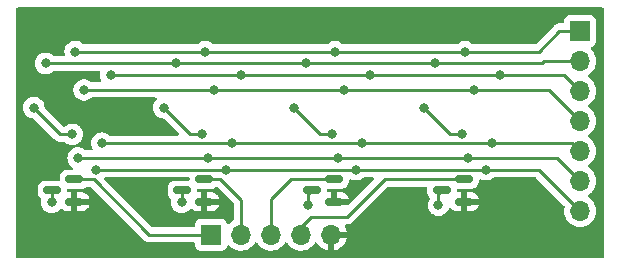
<source format=gbr>
%TF.GenerationSoftware,KiCad,Pcbnew,(6.0.0)*%
%TF.CreationDate,2022-03-30T13:23:40+02:00*%
%TF.ProjectId,led_display_digit,6c65645f-6469-4737-906c-61795f646967,rev?*%
%TF.SameCoordinates,Original*%
%TF.FileFunction,Copper,L2,Bot*%
%TF.FilePolarity,Positive*%
%FSLAX46Y46*%
G04 Gerber Fmt 4.6, Leading zero omitted, Abs format (unit mm)*
G04 Created by KiCad (PCBNEW (6.0.0)) date 2022-03-30 13:23:40*
%MOMM*%
%LPD*%
G01*
G04 APERTURE LIST*
G04 Aperture macros list*
%AMRoundRect*
0 Rectangle with rounded corners*
0 $1 Rounding radius*
0 $2 $3 $4 $5 $6 $7 $8 $9 X,Y pos of 4 corners*
0 Add a 4 corners polygon primitive as box body*
4,1,4,$2,$3,$4,$5,$6,$7,$8,$9,$2,$3,0*
0 Add four circle primitives for the rounded corners*
1,1,$1+$1,$2,$3*
1,1,$1+$1,$4,$5*
1,1,$1+$1,$6,$7*
1,1,$1+$1,$8,$9*
0 Add four rect primitives between the rounded corners*
20,1,$1+$1,$2,$3,$4,$5,0*
20,1,$1+$1,$4,$5,$6,$7,0*
20,1,$1+$1,$6,$7,$8,$9,0*
20,1,$1+$1,$8,$9,$2,$3,0*%
G04 Aperture macros list end*
%TA.AperFunction,ComponentPad*%
%ADD10R,1.700000X1.700000*%
%TD*%
%TA.AperFunction,ComponentPad*%
%ADD11O,1.700000X1.700000*%
%TD*%
%TA.AperFunction,SMDPad,CuDef*%
%ADD12RoundRect,0.150000X0.587500X0.150000X-0.587500X0.150000X-0.587500X-0.150000X0.587500X-0.150000X0*%
%TD*%
%TA.AperFunction,ViaPad*%
%ADD13C,0.800000*%
%TD*%
%TA.AperFunction,Conductor*%
%ADD14C,0.250000*%
%TD*%
G04 APERTURE END LIST*
D10*
%TO.P,J1,1,Pin_1*%
%TO.N,N_0*%
X87000000Y-74750000D03*
D11*
%TO.P,J1,2,Pin_2*%
%TO.N,N_1*%
X89540000Y-74750000D03*
%TO.P,J1,3,Pin_3*%
%TO.N,N_2*%
X92080000Y-74750000D03*
%TO.P,J1,4,Pin_4*%
%TO.N,N_3*%
X94620000Y-74750000D03*
%TO.P,J1,5,Pin_5*%
%TO.N,GND*%
X97160000Y-74750000D03*
%TD*%
D10*
%TO.P,J2,1,Pin_1*%
%TO.N,Seg_A*%
X118250000Y-57500000D03*
D11*
%TO.P,J2,2,Pin_2*%
%TO.N,Seg_F*%
X118250000Y-60040000D03*
%TO.P,J2,3,Pin_3*%
%TO.N,Seg_B*%
X118250000Y-62580000D03*
%TO.P,J2,4,Pin_4*%
%TO.N,Seg_G*%
X118250000Y-65120000D03*
%TO.P,J2,5,Pin_5*%
%TO.N,Seg_C*%
X118250000Y-67660000D03*
%TO.P,J2,6,Pin_6*%
%TO.N,Seg_E*%
X118250000Y-70200000D03*
%TO.P,J2,7,Pin_7*%
%TO.N,Seg_D*%
X118250000Y-72740000D03*
%TD*%
D12*
%TO.P,Q2,1,G*%
%TO.N,N_1*%
X86437500Y-70050000D03*
%TO.P,Q2,2,S*%
%TO.N,GND*%
X86437500Y-71950000D03*
%TO.P,Q2,3,D*%
%TO.N,Net-(Q2-Pad3)*%
X84562500Y-71000000D03*
%TD*%
%TO.P,Q3,1,G*%
%TO.N,N_2*%
X97437500Y-70050000D03*
%TO.P,Q3,2,S*%
%TO.N,GND*%
X97437500Y-71950000D03*
%TO.P,Q3,3,D*%
%TO.N,Net-(Q3-Pad3)*%
X95562500Y-71000000D03*
%TD*%
%TO.P,Q1,1,G*%
%TO.N,N_0*%
X75437500Y-70050000D03*
%TO.P,Q1,2,S*%
%TO.N,GND*%
X75437500Y-71950000D03*
%TO.P,Q1,3,D*%
%TO.N,Net-(Q1-Pad3)*%
X73562500Y-71000000D03*
%TD*%
%TO.P,Q4,1,G*%
%TO.N,N_3*%
X108437500Y-70050000D03*
%TO.P,Q4,2,S*%
%TO.N,GND*%
X108437500Y-71950000D03*
%TO.P,Q4,3,D*%
%TO.N,Net-(Q4-Pad3)*%
X106562500Y-71000000D03*
%TD*%
D13*
%TO.N,Seg_A*%
X108500000Y-59250000D03*
X75500000Y-59250000D03*
X97500000Y-59250000D03*
X86500000Y-59250000D03*
%TO.N,Seg_B*%
X89500000Y-61250000D03*
X100500000Y-61250000D03*
X111500000Y-61250000D03*
X78500000Y-61250000D03*
%TO.N,Seg_C*%
X88750000Y-67000000D03*
X77750000Y-67000000D03*
X99750000Y-67000000D03*
X110750000Y-67000000D03*
%TO.N,Seg_D*%
X77250000Y-69250000D03*
X110250000Y-69250000D03*
X88250000Y-69250000D03*
X99250000Y-69250000D03*
%TO.N,Seg_E*%
X75750000Y-68250000D03*
X108750000Y-68250000D03*
X86750000Y-68250000D03*
X97750000Y-68250000D03*
%TO.N,Seg_F*%
X95000000Y-60250000D03*
X73000000Y-60250000D03*
X84000000Y-60250000D03*
X106000000Y-60250000D03*
%TO.N,Seg_G*%
X98250000Y-62500000D03*
X87250000Y-62500000D03*
X76250000Y-62500000D03*
X109250000Y-62500000D03*
%TO.N,GND*%
X92750000Y-56500000D03*
X71250000Y-66750000D03*
X81500000Y-56500000D03*
X103750000Y-73250000D03*
X104000000Y-56750000D03*
X71750000Y-72000000D03*
X114500000Y-73250000D03*
X71500000Y-59000000D03*
X82000000Y-73500000D03*
X113250000Y-56250000D03*
%TO.N,Net-(Q1-Pad3)*%
X75250000Y-66250000D03*
X72000000Y-64000000D03*
X73500000Y-72000000D03*
%TO.N,Net-(Q2-Pad3)*%
X83000000Y-64000000D03*
X84500000Y-72000000D03*
X86250000Y-66250000D03*
%TO.N,Net-(Q3-Pad3)*%
X95250000Y-72250000D03*
X94000000Y-64000000D03*
X97250000Y-66250000D03*
%TO.N,Net-(Q4-Pad3)*%
X105000000Y-64000000D03*
X106250000Y-72250000D03*
X108250000Y-66250000D03*
%TD*%
D14*
%TO.N,Seg_A*%
X114750000Y-59250000D02*
X116500000Y-57500000D01*
X97500000Y-59250000D02*
X108500000Y-59250000D01*
X75500000Y-59250000D02*
X86500000Y-59250000D01*
X86500000Y-59250000D02*
X97500000Y-59250000D01*
X116500000Y-57500000D02*
X118250000Y-57500000D01*
X108500000Y-59250000D02*
X114750000Y-59250000D01*
%TO.N,Seg_B*%
X89500000Y-61250000D02*
X100500000Y-61250000D01*
X116920000Y-61250000D02*
X118250000Y-62580000D01*
X111500000Y-61250000D02*
X116920000Y-61250000D01*
X100500000Y-61250000D02*
X111500000Y-61250000D01*
X78500000Y-61250000D02*
X89500000Y-61250000D01*
%TO.N,Seg_C*%
X99750000Y-67000000D02*
X110750000Y-67000000D01*
X88750000Y-67000000D02*
X99750000Y-67000000D01*
X110750000Y-67000000D02*
X117590000Y-67000000D01*
X77750000Y-67000000D02*
X88750000Y-67000000D01*
X117590000Y-67000000D02*
X118250000Y-67660000D01*
%TO.N,Seg_D*%
X88250000Y-69250000D02*
X99250000Y-69250000D01*
X110250000Y-69250000D02*
X114760000Y-69250000D01*
X114760000Y-69250000D02*
X118250000Y-72740000D01*
X99250000Y-69250000D02*
X110250000Y-69250000D01*
X77250000Y-69250000D02*
X88250000Y-69250000D01*
%TO.N,Seg_E*%
X116300000Y-68250000D02*
X118250000Y-70200000D01*
X97750000Y-68250000D02*
X108750000Y-68250000D01*
X75750000Y-68250000D02*
X86750000Y-68250000D01*
X108750000Y-68250000D02*
X116300000Y-68250000D01*
X86750000Y-68250000D02*
X97750000Y-68250000D01*
%TO.N,Seg_F*%
X95000000Y-60250000D02*
X106000000Y-60250000D01*
X115210000Y-60040000D02*
X118250000Y-60040000D01*
X84000000Y-60250000D02*
X95000000Y-60250000D01*
X115000000Y-60250000D02*
X115210000Y-60040000D01*
X73000000Y-60250000D02*
X84000000Y-60250000D01*
X106000000Y-60250000D02*
X115000000Y-60250000D01*
%TO.N,Seg_G*%
X98250000Y-62500000D02*
X109250000Y-62500000D01*
X115630000Y-62500000D02*
X118250000Y-65120000D01*
X76250000Y-62500000D02*
X87250000Y-62500000D01*
X109250000Y-62500000D02*
X115630000Y-62500000D01*
X87250000Y-62500000D02*
X98250000Y-62500000D01*
%TO.N,N_1*%
X87800000Y-70050000D02*
X89540000Y-71790000D01*
X89540000Y-71790000D02*
X89540000Y-74750000D01*
X86437500Y-70050000D02*
X87800000Y-70050000D01*
%TO.N,N_2*%
X92080000Y-71770000D02*
X92080000Y-74750000D01*
X93800000Y-70050000D02*
X92080000Y-71770000D01*
X97437500Y-70050000D02*
X93800000Y-70050000D01*
%TO.N,N_3*%
X98500000Y-73250000D02*
X95435000Y-73250000D01*
X94620000Y-74065000D02*
X94620000Y-74750000D01*
X95435000Y-73250000D02*
X94620000Y-74065000D01*
X108437500Y-70050000D02*
X101700000Y-70050000D01*
X101700000Y-70050000D02*
X98500000Y-73250000D01*
%TO.N,N_0*%
X77050000Y-70050000D02*
X81750000Y-74750000D01*
X75437500Y-70050000D02*
X77050000Y-70050000D01*
X81750000Y-74750000D02*
X87000000Y-74750000D01*
%TO.N,Net-(Q1-Pad3)*%
X73500000Y-71062500D02*
X73562500Y-71000000D01*
X74250000Y-66250000D02*
X72000000Y-64000000D01*
X73500000Y-72000000D02*
X73500000Y-71062500D01*
X75250000Y-66250000D02*
X74250000Y-66250000D01*
%TO.N,Net-(Q2-Pad3)*%
X86250000Y-66250000D02*
X85250000Y-66250000D01*
X84500000Y-71062500D02*
X84562500Y-71000000D01*
X84500000Y-72000000D02*
X84500000Y-71062500D01*
X85250000Y-66250000D02*
X83000000Y-64000000D01*
%TO.N,Net-(Q3-Pad3)*%
X95250000Y-71312500D02*
X95562500Y-71000000D01*
X95250000Y-72250000D02*
X95250000Y-71312500D01*
X96250000Y-66250000D02*
X94000000Y-64000000D01*
X97250000Y-66250000D02*
X96250000Y-66250000D01*
%TO.N,Net-(Q4-Pad3)*%
X107250000Y-66250000D02*
X105000000Y-64000000D01*
X106250000Y-71312500D02*
X106562500Y-71000000D01*
X108250000Y-66250000D02*
X107250000Y-66250000D01*
X106250000Y-72250000D02*
X106250000Y-71312500D01*
%TD*%
%TA.AperFunction,Conductor*%
%TO.N,GND*%
G36*
X120192121Y-55528002D02*
G01*
X120238614Y-55581658D01*
X120250000Y-55634000D01*
X120250000Y-76616000D01*
X120229998Y-76684121D01*
X120176342Y-76730614D01*
X120124000Y-76742000D01*
X70634000Y-76742000D01*
X70565879Y-76721998D01*
X70519386Y-76668342D01*
X70508000Y-76616000D01*
X70508000Y-64000000D01*
X71086496Y-64000000D01*
X71106458Y-64189928D01*
X71165473Y-64371556D01*
X71260960Y-64536944D01*
X71388747Y-64678866D01*
X71543248Y-64791118D01*
X71549276Y-64793802D01*
X71549278Y-64793803D01*
X71711681Y-64866109D01*
X71717712Y-64868794D01*
X71811113Y-64888647D01*
X71898056Y-64907128D01*
X71898061Y-64907128D01*
X71904513Y-64908500D01*
X71960406Y-64908500D01*
X72028527Y-64928502D01*
X72049501Y-64945405D01*
X73746343Y-66642247D01*
X73753887Y-66650537D01*
X73758000Y-66657018D01*
X73763777Y-66662443D01*
X73807667Y-66703658D01*
X73810509Y-66706413D01*
X73830231Y-66726135D01*
X73833355Y-66728558D01*
X73833359Y-66728562D01*
X73833424Y-66728612D01*
X73842445Y-66736317D01*
X73874679Y-66766586D01*
X73881627Y-66770405D01*
X73881629Y-66770407D01*
X73892432Y-66776346D01*
X73908959Y-66787202D01*
X73918698Y-66794757D01*
X73918700Y-66794758D01*
X73924960Y-66799614D01*
X73965540Y-66817174D01*
X73976188Y-66822391D01*
X74014940Y-66843695D01*
X74022616Y-66845666D01*
X74022619Y-66845667D01*
X74034562Y-66848733D01*
X74053267Y-66855137D01*
X74071855Y-66863181D01*
X74079678Y-66864420D01*
X74079688Y-66864423D01*
X74115524Y-66870099D01*
X74127144Y-66872505D01*
X74162289Y-66881528D01*
X74169970Y-66883500D01*
X74190224Y-66883500D01*
X74209934Y-66885051D01*
X74229943Y-66888220D01*
X74237835Y-66887474D01*
X74273961Y-66884059D01*
X74285819Y-66883500D01*
X74541800Y-66883500D01*
X74609921Y-66903502D01*
X74629147Y-66919843D01*
X74629420Y-66919540D01*
X74634332Y-66923963D01*
X74638747Y-66928866D01*
X74793248Y-67041118D01*
X74799276Y-67043802D01*
X74799278Y-67043803D01*
X74950873Y-67111297D01*
X74967712Y-67118794D01*
X75061112Y-67138647D01*
X75148056Y-67157128D01*
X75148061Y-67157128D01*
X75154513Y-67158500D01*
X75345487Y-67158500D01*
X75351939Y-67157128D01*
X75351944Y-67157128D01*
X75363920Y-67154582D01*
X75434711Y-67159984D01*
X75490485Y-67202151D01*
X75499584Y-67161260D01*
X75550025Y-67111297D01*
X75558634Y-67107064D01*
X75700722Y-67043803D01*
X75700724Y-67043802D01*
X75706752Y-67041118D01*
X75861253Y-66928866D01*
X75897851Y-66888220D01*
X75984621Y-66791852D01*
X75984622Y-66791851D01*
X75989040Y-66786944D01*
X76064053Y-66657018D01*
X76081223Y-66627279D01*
X76081224Y-66627278D01*
X76084527Y-66621556D01*
X76143542Y-66439928D01*
X76148877Y-66389174D01*
X76162814Y-66256565D01*
X76163504Y-66250000D01*
X76153141Y-66151405D01*
X76144232Y-66066635D01*
X76144232Y-66066633D01*
X76143542Y-66060072D01*
X76084527Y-65878444D01*
X75989040Y-65713056D01*
X75911063Y-65626453D01*
X75865675Y-65576045D01*
X75865674Y-65576044D01*
X75861253Y-65571134D01*
X75706752Y-65458882D01*
X75700724Y-65456198D01*
X75700722Y-65456197D01*
X75538319Y-65383891D01*
X75538318Y-65383891D01*
X75532288Y-65381206D01*
X75438888Y-65361353D01*
X75351944Y-65342872D01*
X75351939Y-65342872D01*
X75345487Y-65341500D01*
X75154513Y-65341500D01*
X75148061Y-65342872D01*
X75148056Y-65342872D01*
X75061112Y-65361353D01*
X74967712Y-65381206D01*
X74961682Y-65383891D01*
X74961681Y-65383891D01*
X74799278Y-65456197D01*
X74799276Y-65456198D01*
X74793248Y-65458882D01*
X74787907Y-65462762D01*
X74787906Y-65462763D01*
X74698612Y-65527639D01*
X74638747Y-65571134D01*
X74636601Y-65573517D01*
X74573726Y-65603688D01*
X74503273Y-65594922D01*
X74464333Y-65568429D01*
X72947122Y-64051217D01*
X72913096Y-63988905D01*
X72910907Y-63975292D01*
X72894232Y-63816635D01*
X72894232Y-63816633D01*
X72893542Y-63810072D01*
X72834527Y-63628444D01*
X72739040Y-63463056D01*
X72611253Y-63321134D01*
X72456752Y-63208882D01*
X72450724Y-63206198D01*
X72450722Y-63206197D01*
X72288319Y-63133891D01*
X72288318Y-63133891D01*
X72282288Y-63131206D01*
X72188888Y-63111353D01*
X72101944Y-63092872D01*
X72101939Y-63092872D01*
X72095487Y-63091500D01*
X71904513Y-63091500D01*
X71898061Y-63092872D01*
X71898056Y-63092872D01*
X71811112Y-63111353D01*
X71717712Y-63131206D01*
X71711682Y-63133891D01*
X71711681Y-63133891D01*
X71549278Y-63206197D01*
X71549276Y-63206198D01*
X71543248Y-63208882D01*
X71388747Y-63321134D01*
X71260960Y-63463056D01*
X71165473Y-63628444D01*
X71106458Y-63810072D01*
X71105768Y-63816633D01*
X71105768Y-63816635D01*
X71099462Y-63876638D01*
X71086496Y-64000000D01*
X70508000Y-64000000D01*
X70508000Y-60250000D01*
X72086496Y-60250000D01*
X72106458Y-60439928D01*
X72165473Y-60621556D01*
X72260960Y-60786944D01*
X72265378Y-60791851D01*
X72265379Y-60791852D01*
X72384325Y-60923955D01*
X72388747Y-60928866D01*
X72543248Y-61041118D01*
X72549276Y-61043802D01*
X72549278Y-61043803D01*
X72633213Y-61081173D01*
X72717712Y-61118794D01*
X72811112Y-61138647D01*
X72898056Y-61157128D01*
X72898061Y-61157128D01*
X72904513Y-61158500D01*
X73095487Y-61158500D01*
X73101939Y-61157128D01*
X73101944Y-61157128D01*
X73188888Y-61138647D01*
X73282288Y-61118794D01*
X73366787Y-61081173D01*
X73450722Y-61043803D01*
X73450724Y-61043802D01*
X73456752Y-61041118D01*
X73611253Y-60928866D01*
X73615668Y-60923963D01*
X73620580Y-60919540D01*
X73621705Y-60920789D01*
X73675014Y-60887949D01*
X73708200Y-60883500D01*
X77490406Y-60883500D01*
X77558527Y-60903502D01*
X77605020Y-60957158D01*
X77615124Y-61027432D01*
X77610238Y-61048438D01*
X77608498Y-61053792D01*
X77608497Y-61053797D01*
X77606458Y-61060072D01*
X77586496Y-61250000D01*
X77606458Y-61439928D01*
X77665473Y-61621556D01*
X77668776Y-61627278D01*
X77668777Y-61627279D01*
X77697772Y-61677500D01*
X77714510Y-61746496D01*
X77691289Y-61813588D01*
X77635482Y-61857475D01*
X77588653Y-61866500D01*
X76958200Y-61866500D01*
X76890079Y-61846498D01*
X76870853Y-61830157D01*
X76870580Y-61830460D01*
X76865668Y-61826037D01*
X76861253Y-61821134D01*
X76766948Y-61752617D01*
X76712094Y-61712763D01*
X76712093Y-61712762D01*
X76706752Y-61708882D01*
X76700724Y-61706198D01*
X76700722Y-61706197D01*
X76538319Y-61633891D01*
X76538318Y-61633891D01*
X76532288Y-61631206D01*
X76438888Y-61611353D01*
X76351944Y-61592872D01*
X76351939Y-61592872D01*
X76345487Y-61591500D01*
X76154513Y-61591500D01*
X76148061Y-61592872D01*
X76148056Y-61592872D01*
X76061112Y-61611353D01*
X75967712Y-61631206D01*
X75961682Y-61633891D01*
X75961681Y-61633891D01*
X75799278Y-61706197D01*
X75799276Y-61706198D01*
X75793248Y-61708882D01*
X75638747Y-61821134D01*
X75634326Y-61826044D01*
X75634325Y-61826045D01*
X75564583Y-61903502D01*
X75510960Y-61963056D01*
X75415473Y-62128444D01*
X75356458Y-62310072D01*
X75355768Y-62316633D01*
X75355768Y-62316635D01*
X75352015Y-62352342D01*
X75336496Y-62500000D01*
X75337186Y-62506565D01*
X75342486Y-62556987D01*
X75356458Y-62689928D01*
X75415473Y-62871556D01*
X75510960Y-63036944D01*
X75638747Y-63178866D01*
X75793248Y-63291118D01*
X75799276Y-63293802D01*
X75799278Y-63293803D01*
X75961681Y-63366109D01*
X75967712Y-63368794D01*
X76061113Y-63388647D01*
X76148056Y-63407128D01*
X76148061Y-63407128D01*
X76154513Y-63408500D01*
X76345487Y-63408500D01*
X76351939Y-63407128D01*
X76351944Y-63407128D01*
X76438887Y-63388647D01*
X76532288Y-63368794D01*
X76538319Y-63366109D01*
X76700722Y-63293803D01*
X76700724Y-63293802D01*
X76706752Y-63291118D01*
X76861253Y-63178866D01*
X76865668Y-63173963D01*
X76870580Y-63169540D01*
X76871705Y-63170789D01*
X76925014Y-63137949D01*
X76958200Y-63133500D01*
X82274693Y-63133500D01*
X82342814Y-63153502D01*
X82389307Y-63207158D01*
X82399411Y-63277432D01*
X82368329Y-63343810D01*
X82310082Y-63408500D01*
X82260960Y-63463056D01*
X82165473Y-63628444D01*
X82106458Y-63810072D01*
X82105768Y-63816633D01*
X82105768Y-63816635D01*
X82099462Y-63876638D01*
X82086496Y-64000000D01*
X82106458Y-64189928D01*
X82165473Y-64371556D01*
X82260960Y-64536944D01*
X82388747Y-64678866D01*
X82543248Y-64791118D01*
X82549276Y-64793802D01*
X82549278Y-64793803D01*
X82711681Y-64866109D01*
X82717712Y-64868794D01*
X82811113Y-64888647D01*
X82898056Y-64907128D01*
X82898061Y-64907128D01*
X82904513Y-64908500D01*
X82960406Y-64908500D01*
X83028527Y-64928502D01*
X83049501Y-64945405D01*
X84255501Y-66151405D01*
X84289527Y-66213717D01*
X84284462Y-66284532D01*
X84241915Y-66341368D01*
X84175395Y-66366179D01*
X84166406Y-66366500D01*
X78458200Y-66366500D01*
X78390079Y-66346498D01*
X78370853Y-66330157D01*
X78370580Y-66330460D01*
X78365668Y-66326037D01*
X78361253Y-66321134D01*
X78254310Y-66243435D01*
X78212094Y-66212763D01*
X78212093Y-66212762D01*
X78206752Y-66208882D01*
X78200724Y-66206198D01*
X78200722Y-66206197D01*
X78038319Y-66133891D01*
X78038318Y-66133891D01*
X78032288Y-66131206D01*
X77938888Y-66111353D01*
X77851944Y-66092872D01*
X77851939Y-66092872D01*
X77845487Y-66091500D01*
X77654513Y-66091500D01*
X77648061Y-66092872D01*
X77648056Y-66092872D01*
X77561112Y-66111353D01*
X77467712Y-66131206D01*
X77461682Y-66133891D01*
X77461681Y-66133891D01*
X77299278Y-66206197D01*
X77299276Y-66206198D01*
X77293248Y-66208882D01*
X77287907Y-66212762D01*
X77287906Y-66212763D01*
X77245690Y-66243435D01*
X77138747Y-66321134D01*
X77134326Y-66326044D01*
X77134325Y-66326045D01*
X77021488Y-66451364D01*
X77010960Y-66463056D01*
X76915473Y-66628444D01*
X76856458Y-66810072D01*
X76855768Y-66816633D01*
X76855768Y-66816635D01*
X76843972Y-66928866D01*
X76836496Y-67000000D01*
X76837186Y-67006565D01*
X76853011Y-67157128D01*
X76856458Y-67189928D01*
X76915473Y-67371556D01*
X76918776Y-67377278D01*
X76918777Y-67377279D01*
X76947772Y-67427500D01*
X76964510Y-67496496D01*
X76941289Y-67563588D01*
X76885482Y-67607475D01*
X76838653Y-67616500D01*
X76458200Y-67616500D01*
X76390079Y-67596498D01*
X76370853Y-67580157D01*
X76370580Y-67580460D01*
X76365668Y-67576037D01*
X76361253Y-67571134D01*
X76206752Y-67458882D01*
X76200724Y-67456198D01*
X76200722Y-67456197D01*
X76038319Y-67383891D01*
X76038318Y-67383891D01*
X76032288Y-67381206D01*
X75938888Y-67361353D01*
X75851944Y-67342872D01*
X75851939Y-67342872D01*
X75845487Y-67341500D01*
X75654513Y-67341500D01*
X75648061Y-67342872D01*
X75648056Y-67342872D01*
X75636080Y-67345418D01*
X75565289Y-67340016D01*
X75509515Y-67297849D01*
X75500416Y-67338740D01*
X75449975Y-67388703D01*
X75441366Y-67392936D01*
X75299278Y-67456197D01*
X75299276Y-67456198D01*
X75293248Y-67458882D01*
X75138747Y-67571134D01*
X75010960Y-67713056D01*
X74915473Y-67878444D01*
X74856458Y-68060072D01*
X74836496Y-68250000D01*
X74856458Y-68439928D01*
X74915473Y-68621556D01*
X75010960Y-68786944D01*
X75015378Y-68791851D01*
X75015379Y-68791852D01*
X75072702Y-68855516D01*
X75138747Y-68928866D01*
X75176972Y-68956638D01*
X75255323Y-69013564D01*
X75298677Y-69069787D01*
X75304752Y-69140523D01*
X75271620Y-69203314D01*
X75209800Y-69238226D01*
X75181262Y-69241500D01*
X74783498Y-69241500D01*
X74781050Y-69241693D01*
X74781042Y-69241693D01*
X74752579Y-69243933D01*
X74752574Y-69243934D01*
X74746169Y-69244438D01*
X74646231Y-69273472D01*
X74594012Y-69288643D01*
X74594010Y-69288644D01*
X74586399Y-69290855D01*
X74579572Y-69294892D01*
X74579573Y-69294892D01*
X74450020Y-69371509D01*
X74450017Y-69371511D01*
X74443193Y-69375547D01*
X74325547Y-69493193D01*
X74321511Y-69500017D01*
X74321509Y-69500020D01*
X74285688Y-69560590D01*
X74240855Y-69636399D01*
X74194438Y-69796169D01*
X74191500Y-69833498D01*
X74191500Y-70065500D01*
X74171498Y-70133621D01*
X74117842Y-70180114D01*
X74065500Y-70191500D01*
X72908498Y-70191500D01*
X72906050Y-70191693D01*
X72906042Y-70191693D01*
X72877579Y-70193933D01*
X72877574Y-70193934D01*
X72871169Y-70194438D01*
X72771231Y-70223472D01*
X72719012Y-70238643D01*
X72719010Y-70238644D01*
X72711399Y-70240855D01*
X72704572Y-70244892D01*
X72704573Y-70244892D01*
X72575020Y-70321509D01*
X72575017Y-70321511D01*
X72568193Y-70325547D01*
X72450547Y-70443193D01*
X72446511Y-70450017D01*
X72446509Y-70450020D01*
X72382893Y-70557589D01*
X72365855Y-70586399D01*
X72319438Y-70746169D01*
X72316500Y-70783498D01*
X72316500Y-71216502D01*
X72316693Y-71218950D01*
X72316693Y-71218958D01*
X72318678Y-71244171D01*
X72319438Y-71253831D01*
X72341299Y-71329079D01*
X72363491Y-71405463D01*
X72365855Y-71413601D01*
X72369892Y-71420427D01*
X72446509Y-71549980D01*
X72446511Y-71549983D01*
X72450547Y-71556807D01*
X72568193Y-71674453D01*
X72567728Y-71674918D01*
X72605873Y-71727739D01*
X72609649Y-71797287D01*
X72609871Y-71797334D01*
X72609696Y-71798156D01*
X72609722Y-71798631D01*
X72609195Y-71800516D01*
X72608499Y-71803792D01*
X72606458Y-71810072D01*
X72586496Y-72000000D01*
X72587186Y-72006565D01*
X72593500Y-72066635D01*
X72606458Y-72189928D01*
X72665473Y-72371556D01*
X72760960Y-72536944D01*
X72888747Y-72678866D01*
X72934147Y-72711851D01*
X72997400Y-72757807D01*
X73043248Y-72791118D01*
X73049276Y-72793802D01*
X73049278Y-72793803D01*
X73085451Y-72809908D01*
X73217712Y-72868794D01*
X73311113Y-72888647D01*
X73398056Y-72907128D01*
X73398061Y-72907128D01*
X73404513Y-72908500D01*
X73595487Y-72908500D01*
X73601939Y-72907128D01*
X73601944Y-72907128D01*
X73688887Y-72888647D01*
X73782288Y-72868794D01*
X73914549Y-72809908D01*
X73950722Y-72793803D01*
X73950724Y-72793802D01*
X73956752Y-72791118D01*
X74002601Y-72757807D01*
X74065853Y-72711851D01*
X74111253Y-72678866D01*
X74205796Y-72573865D01*
X74266242Y-72536625D01*
X74337225Y-72537977D01*
X74388527Y-72569080D01*
X74437896Y-72618449D01*
X74450322Y-72628089D01*
X74579779Y-72704648D01*
X74594210Y-72710893D01*
X74740065Y-72753269D01*
X74752667Y-72755570D01*
X74781084Y-72757807D01*
X74786014Y-72758000D01*
X75165385Y-72758000D01*
X75180624Y-72753525D01*
X75181829Y-72752135D01*
X75183500Y-72744452D01*
X75183500Y-72739884D01*
X75691500Y-72739884D01*
X75695975Y-72755123D01*
X75697365Y-72756328D01*
X75705048Y-72757999D01*
X76088984Y-72757999D01*
X76093920Y-72757805D01*
X76122336Y-72755570D01*
X76134931Y-72753270D01*
X76280790Y-72710893D01*
X76295221Y-72704648D01*
X76424678Y-72628089D01*
X76437104Y-72618449D01*
X76543449Y-72512104D01*
X76553089Y-72499678D01*
X76629648Y-72370221D01*
X76635893Y-72355790D01*
X76674939Y-72221395D01*
X76674899Y-72207294D01*
X76667630Y-72204000D01*
X75709615Y-72204000D01*
X75694376Y-72208475D01*
X75693171Y-72209865D01*
X75691500Y-72217548D01*
X75691500Y-72739884D01*
X75183500Y-72739884D01*
X75183500Y-71677885D01*
X75691500Y-71677885D01*
X75695975Y-71693124D01*
X75697365Y-71694329D01*
X75705048Y-71696000D01*
X76661878Y-71696000D01*
X76675409Y-71692027D01*
X76676544Y-71684129D01*
X76635893Y-71544210D01*
X76629648Y-71529779D01*
X76553089Y-71400322D01*
X76543449Y-71387896D01*
X76437104Y-71281551D01*
X76424678Y-71271911D01*
X76295221Y-71195352D01*
X76280790Y-71189107D01*
X76134935Y-71146731D01*
X76122333Y-71144430D01*
X76093916Y-71142193D01*
X76088986Y-71142000D01*
X75709615Y-71142000D01*
X75694376Y-71146475D01*
X75693171Y-71147865D01*
X75691500Y-71155548D01*
X75691500Y-71677885D01*
X75183500Y-71677885D01*
X75183500Y-71160116D01*
X75179025Y-71144877D01*
X75177635Y-71143672D01*
X75169952Y-71142001D01*
X74934500Y-71142001D01*
X74866379Y-71121999D01*
X74819886Y-71068343D01*
X74808500Y-71016001D01*
X74808500Y-70984500D01*
X74828502Y-70916379D01*
X74882158Y-70869886D01*
X74934500Y-70858500D01*
X76091502Y-70858500D01*
X76093950Y-70858307D01*
X76093958Y-70858307D01*
X76122421Y-70856067D01*
X76122426Y-70856066D01*
X76128831Y-70855562D01*
X76228769Y-70826528D01*
X76280988Y-70811357D01*
X76280990Y-70811356D01*
X76288601Y-70809145D01*
X76331968Y-70783498D01*
X76424980Y-70728491D01*
X76424983Y-70728489D01*
X76431807Y-70724453D01*
X76437416Y-70718844D01*
X76443675Y-70713989D01*
X76444844Y-70715496D01*
X76498167Y-70686379D01*
X76524950Y-70683500D01*
X76735406Y-70683500D01*
X76803527Y-70703502D01*
X76824501Y-70720405D01*
X79036840Y-72932745D01*
X81246348Y-75142253D01*
X81253888Y-75150539D01*
X81258000Y-75157018D01*
X81263777Y-75162443D01*
X81307651Y-75203643D01*
X81310493Y-75206398D01*
X81330230Y-75226135D01*
X81333427Y-75228615D01*
X81342447Y-75236318D01*
X81374679Y-75266586D01*
X81381625Y-75270405D01*
X81381628Y-75270407D01*
X81392434Y-75276348D01*
X81408953Y-75287199D01*
X81424959Y-75299614D01*
X81432228Y-75302759D01*
X81432232Y-75302762D01*
X81465537Y-75317174D01*
X81476187Y-75322391D01*
X81514940Y-75343695D01*
X81522615Y-75345666D01*
X81522616Y-75345666D01*
X81534562Y-75348733D01*
X81553267Y-75355137D01*
X81571855Y-75363181D01*
X81579678Y-75364420D01*
X81579688Y-75364423D01*
X81615524Y-75370099D01*
X81627144Y-75372505D01*
X81662289Y-75381528D01*
X81669970Y-75383500D01*
X81690224Y-75383500D01*
X81709934Y-75385051D01*
X81729943Y-75388220D01*
X81737835Y-75387474D01*
X81773961Y-75384059D01*
X81785819Y-75383500D01*
X85515500Y-75383500D01*
X85583621Y-75403502D01*
X85630114Y-75457158D01*
X85641500Y-75509500D01*
X85641500Y-75648134D01*
X85648255Y-75710316D01*
X85699385Y-75846705D01*
X85786739Y-75963261D01*
X85903295Y-76050615D01*
X86039684Y-76101745D01*
X86101866Y-76108500D01*
X87898134Y-76108500D01*
X87960316Y-76101745D01*
X88096705Y-76050615D01*
X88213261Y-75963261D01*
X88300615Y-75846705D01*
X88322799Y-75787529D01*
X88344598Y-75729382D01*
X88387240Y-75672618D01*
X88453802Y-75647918D01*
X88523150Y-75663126D01*
X88557817Y-75691114D01*
X88586250Y-75723938D01*
X88758126Y-75866632D01*
X88951000Y-75979338D01*
X89159692Y-76059030D01*
X89164760Y-76060061D01*
X89164763Y-76060062D01*
X89259862Y-76079410D01*
X89378597Y-76103567D01*
X89383772Y-76103757D01*
X89383774Y-76103757D01*
X89596673Y-76111564D01*
X89596677Y-76111564D01*
X89601837Y-76111753D01*
X89606957Y-76111097D01*
X89606959Y-76111097D01*
X89818288Y-76084025D01*
X89818289Y-76084025D01*
X89823416Y-76083368D01*
X89828366Y-76081883D01*
X90032429Y-76020661D01*
X90032434Y-76020659D01*
X90037384Y-76019174D01*
X90237994Y-75920896D01*
X90419860Y-75791173D01*
X90578096Y-75633489D01*
X90708453Y-75452077D01*
X90709776Y-75453028D01*
X90756645Y-75409857D01*
X90826580Y-75397625D01*
X90892026Y-75425144D01*
X90919875Y-75456994D01*
X90935852Y-75483066D01*
X90979987Y-75555088D01*
X91126250Y-75723938D01*
X91298126Y-75866632D01*
X91491000Y-75979338D01*
X91699692Y-76059030D01*
X91704760Y-76060061D01*
X91704763Y-76060062D01*
X91799862Y-76079410D01*
X91918597Y-76103567D01*
X91923772Y-76103757D01*
X91923774Y-76103757D01*
X92136673Y-76111564D01*
X92136677Y-76111564D01*
X92141837Y-76111753D01*
X92146957Y-76111097D01*
X92146959Y-76111097D01*
X92358288Y-76084025D01*
X92358289Y-76084025D01*
X92363416Y-76083368D01*
X92368366Y-76081883D01*
X92572429Y-76020661D01*
X92572434Y-76020659D01*
X92577384Y-76019174D01*
X92777994Y-75920896D01*
X92959860Y-75791173D01*
X93118096Y-75633489D01*
X93248453Y-75452077D01*
X93249776Y-75453028D01*
X93296645Y-75409857D01*
X93366580Y-75397625D01*
X93432026Y-75425144D01*
X93459875Y-75456994D01*
X93475852Y-75483066D01*
X93519987Y-75555088D01*
X93666250Y-75723938D01*
X93838126Y-75866632D01*
X94031000Y-75979338D01*
X94239692Y-76059030D01*
X94244760Y-76060061D01*
X94244763Y-76060062D01*
X94339862Y-76079410D01*
X94458597Y-76103567D01*
X94463772Y-76103757D01*
X94463774Y-76103757D01*
X94676673Y-76111564D01*
X94676677Y-76111564D01*
X94681837Y-76111753D01*
X94686957Y-76111097D01*
X94686959Y-76111097D01*
X94898288Y-76084025D01*
X94898289Y-76084025D01*
X94903416Y-76083368D01*
X94908366Y-76081883D01*
X95112429Y-76020661D01*
X95112434Y-76020659D01*
X95117384Y-76019174D01*
X95317994Y-75920896D01*
X95499860Y-75791173D01*
X95658096Y-75633489D01*
X95788453Y-75452077D01*
X95789640Y-75452930D01*
X95836960Y-75409362D01*
X95906897Y-75397145D01*
X95972338Y-75424678D01*
X96000166Y-75456511D01*
X96057694Y-75550388D01*
X96063777Y-75558699D01*
X96203213Y-75719667D01*
X96210580Y-75726883D01*
X96374434Y-75862916D01*
X96382881Y-75868831D01*
X96566756Y-75976279D01*
X96576042Y-75980729D01*
X96775001Y-76056703D01*
X96784899Y-76059579D01*
X96888250Y-76080606D01*
X96902299Y-76079410D01*
X96906000Y-76069065D01*
X96906000Y-76068517D01*
X97414000Y-76068517D01*
X97418064Y-76082359D01*
X97431478Y-76084393D01*
X97438184Y-76083534D01*
X97448262Y-76081392D01*
X97652255Y-76020191D01*
X97661842Y-76016433D01*
X97853095Y-75922739D01*
X97861945Y-75917464D01*
X98035328Y-75793792D01*
X98043200Y-75787139D01*
X98194052Y-75636812D01*
X98200730Y-75628965D01*
X98325003Y-75456020D01*
X98330313Y-75447183D01*
X98424670Y-75256267D01*
X98428469Y-75246672D01*
X98490377Y-75042910D01*
X98492555Y-75032837D01*
X98493986Y-75021962D01*
X98491775Y-75007778D01*
X98478617Y-75004000D01*
X97432115Y-75004000D01*
X97416876Y-75008475D01*
X97415671Y-75009865D01*
X97414000Y-75017548D01*
X97414000Y-76068517D01*
X96906000Y-76068517D01*
X96906000Y-74622000D01*
X96926002Y-74553879D01*
X96979658Y-74507386D01*
X97032000Y-74496000D01*
X98478344Y-74496000D01*
X98491875Y-74492027D01*
X98493180Y-74482947D01*
X98451214Y-74315875D01*
X98447894Y-74306124D01*
X98362972Y-74110814D01*
X98358106Y-74101739D01*
X98343974Y-74079895D01*
X98323767Y-74011835D01*
X98343563Y-73943654D01*
X98397078Y-73897000D01*
X98445806Y-73885517D01*
X98504592Y-73883669D01*
X98507986Y-73883562D01*
X98511945Y-73883500D01*
X98539856Y-73883500D01*
X98543791Y-73883003D01*
X98543856Y-73882995D01*
X98555693Y-73882062D01*
X98587951Y-73881048D01*
X98591970Y-73880922D01*
X98599889Y-73880673D01*
X98619343Y-73875021D01*
X98638700Y-73871013D01*
X98650930Y-73869468D01*
X98650931Y-73869468D01*
X98658797Y-73868474D01*
X98666168Y-73865555D01*
X98666170Y-73865555D01*
X98699912Y-73852196D01*
X98711142Y-73848351D01*
X98745983Y-73838229D01*
X98745984Y-73838229D01*
X98753593Y-73836018D01*
X98760412Y-73831985D01*
X98760417Y-73831983D01*
X98771028Y-73825707D01*
X98788776Y-73817012D01*
X98807617Y-73809552D01*
X98824151Y-73797540D01*
X98843387Y-73783564D01*
X98853307Y-73777048D01*
X98884535Y-73758580D01*
X98884538Y-73758578D01*
X98891362Y-73754542D01*
X98905683Y-73740221D01*
X98920717Y-73727380D01*
X98930694Y-73720131D01*
X98937107Y-73715472D01*
X98965298Y-73681395D01*
X98973288Y-73672616D01*
X101925499Y-70720405D01*
X101987811Y-70686379D01*
X102014594Y-70683500D01*
X105190500Y-70683500D01*
X105258621Y-70703502D01*
X105305114Y-70757158D01*
X105316500Y-70809500D01*
X105316500Y-71216502D01*
X105316693Y-71218950D01*
X105316693Y-71218958D01*
X105318678Y-71244171D01*
X105319438Y-71253831D01*
X105341299Y-71329079D01*
X105363491Y-71405463D01*
X105365855Y-71413601D01*
X105369892Y-71420427D01*
X105446509Y-71549980D01*
X105446511Y-71549983D01*
X105450547Y-71556807D01*
X105477673Y-71583933D01*
X105511699Y-71646245D01*
X105506634Y-71717060D01*
X105497697Y-71736028D01*
X105426155Y-71859943D01*
X105415473Y-71878444D01*
X105356458Y-72060072D01*
X105355768Y-72066633D01*
X105355768Y-72066635D01*
X105340860Y-72208475D01*
X105336496Y-72250000D01*
X105337186Y-72256565D01*
X105353150Y-72408451D01*
X105356458Y-72439928D01*
X105415473Y-72621556D01*
X105510960Y-72786944D01*
X105638747Y-72928866D01*
X105737843Y-73000864D01*
X105775288Y-73028069D01*
X105793248Y-73041118D01*
X105799276Y-73043802D01*
X105799278Y-73043803D01*
X105961681Y-73116109D01*
X105967712Y-73118794D01*
X106061113Y-73138647D01*
X106148056Y-73157128D01*
X106148061Y-73157128D01*
X106154513Y-73158500D01*
X106345487Y-73158500D01*
X106351939Y-73157128D01*
X106351944Y-73157128D01*
X106438887Y-73138647D01*
X106532288Y-73118794D01*
X106538319Y-73116109D01*
X106700722Y-73043803D01*
X106700724Y-73043802D01*
X106706752Y-73041118D01*
X106724713Y-73028069D01*
X106762157Y-73000864D01*
X106861253Y-72928866D01*
X106989040Y-72786944D01*
X107084527Y-72621556D01*
X107108981Y-72546296D01*
X107149053Y-72487691D01*
X107214450Y-72460054D01*
X107284407Y-72472161D01*
X107328368Y-72508001D01*
X107331551Y-72512104D01*
X107437896Y-72618449D01*
X107450322Y-72628089D01*
X107579779Y-72704648D01*
X107594210Y-72710893D01*
X107740065Y-72753269D01*
X107752667Y-72755570D01*
X107781084Y-72757807D01*
X107786014Y-72758000D01*
X108165385Y-72758000D01*
X108180624Y-72753525D01*
X108181829Y-72752135D01*
X108183500Y-72744452D01*
X108183500Y-72739884D01*
X108691500Y-72739884D01*
X108695975Y-72755123D01*
X108697365Y-72756328D01*
X108705048Y-72757999D01*
X109088984Y-72757999D01*
X109093920Y-72757805D01*
X109122336Y-72755570D01*
X109134931Y-72753270D01*
X109280790Y-72710893D01*
X109295221Y-72704648D01*
X109424678Y-72628089D01*
X109437104Y-72618449D01*
X109543449Y-72512104D01*
X109553089Y-72499678D01*
X109629648Y-72370221D01*
X109635893Y-72355790D01*
X109674939Y-72221395D01*
X109674899Y-72207294D01*
X109667630Y-72204000D01*
X108709615Y-72204000D01*
X108694376Y-72208475D01*
X108693171Y-72209865D01*
X108691500Y-72217548D01*
X108691500Y-72739884D01*
X108183500Y-72739884D01*
X108183500Y-71677885D01*
X108691500Y-71677885D01*
X108695975Y-71693124D01*
X108697365Y-71694329D01*
X108705048Y-71696000D01*
X109661878Y-71696000D01*
X109675409Y-71692027D01*
X109676544Y-71684129D01*
X109635893Y-71544210D01*
X109629648Y-71529779D01*
X109553089Y-71400322D01*
X109543449Y-71387896D01*
X109437104Y-71281551D01*
X109424678Y-71271911D01*
X109295221Y-71195352D01*
X109280790Y-71189107D01*
X109134935Y-71146731D01*
X109122333Y-71144430D01*
X109093916Y-71142193D01*
X109088986Y-71142000D01*
X108709615Y-71142000D01*
X108694376Y-71146475D01*
X108693171Y-71147865D01*
X108691500Y-71155548D01*
X108691500Y-71677885D01*
X108183500Y-71677885D01*
X108183500Y-71160116D01*
X108179025Y-71144877D01*
X108177635Y-71143672D01*
X108169952Y-71142001D01*
X107934500Y-71142001D01*
X107866379Y-71121999D01*
X107819886Y-71068343D01*
X107808500Y-71016001D01*
X107808500Y-70984500D01*
X107828502Y-70916379D01*
X107882158Y-70869886D01*
X107934500Y-70858500D01*
X109091502Y-70858500D01*
X109093950Y-70858307D01*
X109093958Y-70858307D01*
X109122421Y-70856067D01*
X109122426Y-70856066D01*
X109128831Y-70855562D01*
X109228769Y-70826528D01*
X109280988Y-70811357D01*
X109280990Y-70811356D01*
X109288601Y-70809145D01*
X109331968Y-70783498D01*
X109424980Y-70728491D01*
X109424983Y-70728489D01*
X109431807Y-70724453D01*
X109549453Y-70606807D01*
X109553489Y-70599983D01*
X109553491Y-70599980D01*
X109619675Y-70488069D01*
X109634145Y-70463601D01*
X109680562Y-70303831D01*
X109681731Y-70288986D01*
X109683307Y-70268958D01*
X109683307Y-70268950D01*
X109683500Y-70266502D01*
X109683500Y-70186278D01*
X109703502Y-70118157D01*
X109757158Y-70071664D01*
X109827432Y-70061560D01*
X109860747Y-70071171D01*
X109967712Y-70118794D01*
X110061112Y-70138647D01*
X110148056Y-70157128D01*
X110148061Y-70157128D01*
X110154513Y-70158500D01*
X110345487Y-70158500D01*
X110351939Y-70157128D01*
X110351944Y-70157128D01*
X110438888Y-70138647D01*
X110532288Y-70118794D01*
X110592442Y-70092012D01*
X110700722Y-70043803D01*
X110700724Y-70043802D01*
X110706752Y-70041118D01*
X110861253Y-69928866D01*
X110865668Y-69923963D01*
X110870580Y-69919540D01*
X110871705Y-69920789D01*
X110925014Y-69887949D01*
X110958200Y-69883500D01*
X114445406Y-69883500D01*
X114513527Y-69903502D01*
X114534501Y-69920405D01*
X116899778Y-72285682D01*
X116933804Y-72347994D01*
X116932100Y-72408448D01*
X116910989Y-72484570D01*
X116910441Y-72489700D01*
X116910440Y-72489704D01*
X116904867Y-72541852D01*
X116887251Y-72706695D01*
X116887548Y-72711848D01*
X116887548Y-72711851D01*
X116896597Y-72868794D01*
X116900110Y-72929715D01*
X116901247Y-72934761D01*
X116901248Y-72934767D01*
X116920923Y-73022068D01*
X116949222Y-73147639D01*
X117033266Y-73354616D01*
X117075278Y-73423173D01*
X117144871Y-73536739D01*
X117149987Y-73545088D01*
X117296250Y-73713938D01*
X117468126Y-73856632D01*
X117661000Y-73969338D01*
X117869692Y-74049030D01*
X117874760Y-74050061D01*
X117874763Y-74050062D01*
X117978523Y-74071172D01*
X118088597Y-74093567D01*
X118093772Y-74093757D01*
X118093774Y-74093757D01*
X118306673Y-74101564D01*
X118306677Y-74101564D01*
X118311837Y-74101753D01*
X118316957Y-74101097D01*
X118316959Y-74101097D01*
X118528288Y-74074025D01*
X118528289Y-74074025D01*
X118533416Y-74073368D01*
X118582570Y-74058621D01*
X118742429Y-74010661D01*
X118742434Y-74010659D01*
X118747384Y-74009174D01*
X118947994Y-73910896D01*
X119129860Y-73781173D01*
X119134000Y-73777048D01*
X119284435Y-73627137D01*
X119288096Y-73623489D01*
X119307485Y-73596507D01*
X119415435Y-73446277D01*
X119418453Y-73442077D01*
X119427410Y-73423955D01*
X119515136Y-73246453D01*
X119515137Y-73246451D01*
X119517430Y-73241811D01*
X119577590Y-73043803D01*
X119580865Y-73033023D01*
X119580865Y-73033021D01*
X119582370Y-73028069D01*
X119611529Y-72806590D01*
X119611611Y-72803240D01*
X119613074Y-72743365D01*
X119613074Y-72743361D01*
X119613156Y-72740000D01*
X119594852Y-72517361D01*
X119540431Y-72300702D01*
X119451354Y-72095840D01*
X119389352Y-72000000D01*
X119332822Y-71912617D01*
X119332820Y-71912614D01*
X119330014Y-71908277D01*
X119179670Y-71743051D01*
X119175619Y-71739852D01*
X119175615Y-71739848D01*
X119008414Y-71607800D01*
X119008410Y-71607798D01*
X119004359Y-71604598D01*
X118963053Y-71581796D01*
X118913084Y-71531364D01*
X118898312Y-71461921D01*
X118923428Y-71395516D01*
X118950780Y-71368909D01*
X119018054Y-71320923D01*
X119129860Y-71241173D01*
X119154618Y-71216502D01*
X119224633Y-71146731D01*
X119288096Y-71083489D01*
X119298980Y-71068343D01*
X119415435Y-70906277D01*
X119418453Y-70902077D01*
X119440086Y-70858307D01*
X119515136Y-70706453D01*
X119515137Y-70706451D01*
X119517430Y-70701811D01*
X119582370Y-70488069D01*
X119611529Y-70266590D01*
X119612158Y-70240855D01*
X119613074Y-70203365D01*
X119613074Y-70203361D01*
X119613156Y-70200000D01*
X119594852Y-69977361D01*
X119540431Y-69760702D01*
X119451354Y-69555840D01*
X119330014Y-69368277D01*
X119179670Y-69203051D01*
X119175619Y-69199852D01*
X119175615Y-69199848D01*
X119008414Y-69067800D01*
X119008410Y-69067798D01*
X119004359Y-69064598D01*
X118963053Y-69041796D01*
X118913084Y-68991364D01*
X118898312Y-68921921D01*
X118923428Y-68855516D01*
X118950780Y-68828909D01*
X119017629Y-68781226D01*
X119129860Y-68701173D01*
X119288096Y-68543489D01*
X119418453Y-68362077D01*
X119517430Y-68161811D01*
X119582370Y-67948069D01*
X119611529Y-67726590D01*
X119611611Y-67723240D01*
X119613074Y-67663365D01*
X119613074Y-67663361D01*
X119613156Y-67660000D01*
X119594852Y-67437361D01*
X119540431Y-67220702D01*
X119451354Y-67015840D01*
X119366101Y-66884059D01*
X119332822Y-66832617D01*
X119332820Y-66832614D01*
X119330014Y-66828277D01*
X119179670Y-66663051D01*
X119175619Y-66659852D01*
X119175615Y-66659848D01*
X119008414Y-66527800D01*
X119008410Y-66527798D01*
X119004359Y-66524598D01*
X118963053Y-66501796D01*
X118913084Y-66451364D01*
X118898312Y-66381921D01*
X118923428Y-66315516D01*
X118950780Y-66288909D01*
X119024070Y-66236632D01*
X119129860Y-66161173D01*
X119288096Y-66003489D01*
X119347594Y-65920689D01*
X119415435Y-65826277D01*
X119418453Y-65822077D01*
X119517430Y-65621811D01*
X119582370Y-65408069D01*
X119611529Y-65186590D01*
X119613156Y-65120000D01*
X119594852Y-64897361D01*
X119540431Y-64680702D01*
X119451354Y-64475840D01*
X119330014Y-64288277D01*
X119179670Y-64123051D01*
X119175619Y-64119852D01*
X119175615Y-64119848D01*
X119008414Y-63987800D01*
X119008410Y-63987798D01*
X119004359Y-63984598D01*
X118963053Y-63961796D01*
X118913084Y-63911364D01*
X118898312Y-63841921D01*
X118923428Y-63775516D01*
X118950780Y-63748909D01*
X118994603Y-63717650D01*
X119129860Y-63621173D01*
X119288096Y-63463489D01*
X119418453Y-63282077D01*
X119473645Y-63170405D01*
X119515136Y-63086453D01*
X119515137Y-63086451D01*
X119517430Y-63081811D01*
X119582370Y-62868069D01*
X119611529Y-62646590D01*
X119611611Y-62643240D01*
X119613074Y-62583365D01*
X119613074Y-62583361D01*
X119613156Y-62580000D01*
X119594852Y-62357361D01*
X119540431Y-62140702D01*
X119451354Y-61935840D01*
X119382985Y-61830157D01*
X119332822Y-61752617D01*
X119332820Y-61752614D01*
X119330014Y-61748277D01*
X119179670Y-61583051D01*
X119175619Y-61579852D01*
X119175615Y-61579848D01*
X119008414Y-61447800D01*
X119008410Y-61447798D01*
X119004359Y-61444598D01*
X118963053Y-61421796D01*
X118913084Y-61371364D01*
X118898312Y-61301921D01*
X118923428Y-61235516D01*
X118950780Y-61208909D01*
X119023374Y-61157128D01*
X119129860Y-61081173D01*
X119288096Y-60923489D01*
X119418453Y-60742077D01*
X119475190Y-60627279D01*
X119515136Y-60546453D01*
X119515137Y-60546451D01*
X119517430Y-60541811D01*
X119582370Y-60328069D01*
X119611529Y-60106590D01*
X119613156Y-60040000D01*
X119594852Y-59817361D01*
X119540431Y-59600702D01*
X119451354Y-59395840D01*
X119410599Y-59332842D01*
X119332822Y-59212617D01*
X119332820Y-59212614D01*
X119330014Y-59208277D01*
X119314661Y-59191404D01*
X119182798Y-59046488D01*
X119151746Y-58982642D01*
X119160141Y-58912143D01*
X119205317Y-58857375D01*
X119231761Y-58843706D01*
X119338297Y-58803767D01*
X119346705Y-58800615D01*
X119463261Y-58713261D01*
X119550615Y-58596705D01*
X119601745Y-58460316D01*
X119608500Y-58398134D01*
X119608500Y-56601866D01*
X119601745Y-56539684D01*
X119550615Y-56403295D01*
X119463261Y-56286739D01*
X119346705Y-56199385D01*
X119210316Y-56148255D01*
X119148134Y-56141500D01*
X117351866Y-56141500D01*
X117289684Y-56148255D01*
X117153295Y-56199385D01*
X117036739Y-56286739D01*
X116949385Y-56403295D01*
X116898255Y-56539684D01*
X116891500Y-56601866D01*
X116891500Y-56740500D01*
X116871498Y-56808621D01*
X116817842Y-56855114D01*
X116765500Y-56866500D01*
X116578768Y-56866500D01*
X116567585Y-56865973D01*
X116560092Y-56864298D01*
X116552166Y-56864547D01*
X116552165Y-56864547D01*
X116492002Y-56866438D01*
X116488044Y-56866500D01*
X116460144Y-56866500D01*
X116456154Y-56867004D01*
X116444320Y-56867936D01*
X116400111Y-56869326D01*
X116392497Y-56871538D01*
X116392492Y-56871539D01*
X116380659Y-56874977D01*
X116361296Y-56878988D01*
X116341203Y-56881526D01*
X116333836Y-56884443D01*
X116333831Y-56884444D01*
X116300092Y-56897802D01*
X116288865Y-56901646D01*
X116246407Y-56913982D01*
X116239581Y-56918019D01*
X116228972Y-56924293D01*
X116211224Y-56932988D01*
X116192383Y-56940448D01*
X116185967Y-56945110D01*
X116185966Y-56945110D01*
X116156613Y-56966436D01*
X116146693Y-56972952D01*
X116115465Y-56991420D01*
X116115462Y-56991422D01*
X116108638Y-56995458D01*
X116094317Y-57009779D01*
X116079284Y-57022619D01*
X116062893Y-57034528D01*
X116057842Y-57040634D01*
X116034702Y-57068605D01*
X116026712Y-57077384D01*
X114524500Y-58579595D01*
X114462188Y-58613621D01*
X114435405Y-58616500D01*
X109208200Y-58616500D01*
X109140079Y-58596498D01*
X109120853Y-58580157D01*
X109120580Y-58580460D01*
X109115668Y-58576037D01*
X109111253Y-58571134D01*
X108956752Y-58458882D01*
X108950724Y-58456198D01*
X108950722Y-58456197D01*
X108788319Y-58383891D01*
X108788318Y-58383891D01*
X108782288Y-58381206D01*
X108688887Y-58361353D01*
X108601944Y-58342872D01*
X108601939Y-58342872D01*
X108595487Y-58341500D01*
X108404513Y-58341500D01*
X108398061Y-58342872D01*
X108398056Y-58342872D01*
X108311113Y-58361353D01*
X108217712Y-58381206D01*
X108211682Y-58383891D01*
X108211681Y-58383891D01*
X108049278Y-58456197D01*
X108049276Y-58456198D01*
X108043248Y-58458882D01*
X107888747Y-58571134D01*
X107884332Y-58576037D01*
X107879420Y-58580460D01*
X107878295Y-58579211D01*
X107824986Y-58612051D01*
X107791800Y-58616500D01*
X98208200Y-58616500D01*
X98140079Y-58596498D01*
X98120853Y-58580157D01*
X98120580Y-58580460D01*
X98115668Y-58576037D01*
X98111253Y-58571134D01*
X97956752Y-58458882D01*
X97950724Y-58456198D01*
X97950722Y-58456197D01*
X97788319Y-58383891D01*
X97788318Y-58383891D01*
X97782288Y-58381206D01*
X97688887Y-58361353D01*
X97601944Y-58342872D01*
X97601939Y-58342872D01*
X97595487Y-58341500D01*
X97404513Y-58341500D01*
X97398061Y-58342872D01*
X97398056Y-58342872D01*
X97311113Y-58361353D01*
X97217712Y-58381206D01*
X97211682Y-58383891D01*
X97211681Y-58383891D01*
X97049278Y-58456197D01*
X97049276Y-58456198D01*
X97043248Y-58458882D01*
X96888747Y-58571134D01*
X96884332Y-58576037D01*
X96879420Y-58580460D01*
X96878295Y-58579211D01*
X96824986Y-58612051D01*
X96791800Y-58616500D01*
X87208200Y-58616500D01*
X87140079Y-58596498D01*
X87120853Y-58580157D01*
X87120580Y-58580460D01*
X87115668Y-58576037D01*
X87111253Y-58571134D01*
X86956752Y-58458882D01*
X86950724Y-58456198D01*
X86950722Y-58456197D01*
X86788319Y-58383891D01*
X86788318Y-58383891D01*
X86782288Y-58381206D01*
X86688887Y-58361353D01*
X86601944Y-58342872D01*
X86601939Y-58342872D01*
X86595487Y-58341500D01*
X86404513Y-58341500D01*
X86398061Y-58342872D01*
X86398056Y-58342872D01*
X86311113Y-58361353D01*
X86217712Y-58381206D01*
X86211682Y-58383891D01*
X86211681Y-58383891D01*
X86049278Y-58456197D01*
X86049276Y-58456198D01*
X86043248Y-58458882D01*
X85888747Y-58571134D01*
X85884332Y-58576037D01*
X85879420Y-58580460D01*
X85878295Y-58579211D01*
X85824986Y-58612051D01*
X85791800Y-58616500D01*
X76208200Y-58616500D01*
X76140079Y-58596498D01*
X76120853Y-58580157D01*
X76120580Y-58580460D01*
X76115668Y-58576037D01*
X76111253Y-58571134D01*
X75956752Y-58458882D01*
X75950724Y-58456198D01*
X75950722Y-58456197D01*
X75788319Y-58383891D01*
X75788318Y-58383891D01*
X75782288Y-58381206D01*
X75688887Y-58361353D01*
X75601944Y-58342872D01*
X75601939Y-58342872D01*
X75595487Y-58341500D01*
X75404513Y-58341500D01*
X75398061Y-58342872D01*
X75398056Y-58342872D01*
X75311113Y-58361353D01*
X75217712Y-58381206D01*
X75211682Y-58383891D01*
X75211681Y-58383891D01*
X75049278Y-58456197D01*
X75049276Y-58456198D01*
X75043248Y-58458882D01*
X74888747Y-58571134D01*
X74884326Y-58576044D01*
X74884325Y-58576045D01*
X74850492Y-58613621D01*
X74760960Y-58713056D01*
X74665473Y-58878444D01*
X74606458Y-59060072D01*
X74586496Y-59250000D01*
X74587186Y-59256565D01*
X74602945Y-59406500D01*
X74606458Y-59439928D01*
X74608497Y-59446203D01*
X74608498Y-59446208D01*
X74610238Y-59451562D01*
X74612267Y-59522529D01*
X74575606Y-59583328D01*
X74511894Y-59614654D01*
X74490406Y-59616500D01*
X73708200Y-59616500D01*
X73640079Y-59596498D01*
X73620853Y-59580157D01*
X73620580Y-59580460D01*
X73615668Y-59576037D01*
X73611253Y-59571134D01*
X73456752Y-59458882D01*
X73450724Y-59456198D01*
X73450722Y-59456197D01*
X73288319Y-59383891D01*
X73288318Y-59383891D01*
X73282288Y-59381206D01*
X73188888Y-59361353D01*
X73101944Y-59342872D01*
X73101939Y-59342872D01*
X73095487Y-59341500D01*
X72904513Y-59341500D01*
X72898061Y-59342872D01*
X72898056Y-59342872D01*
X72811112Y-59361353D01*
X72717712Y-59381206D01*
X72711682Y-59383891D01*
X72711681Y-59383891D01*
X72549278Y-59456197D01*
X72549276Y-59456198D01*
X72543248Y-59458882D01*
X72388747Y-59571134D01*
X72260960Y-59713056D01*
X72165473Y-59878444D01*
X72106458Y-60060072D01*
X72086496Y-60250000D01*
X70508000Y-60250000D01*
X70508000Y-55634000D01*
X70528002Y-55565879D01*
X70581658Y-55519386D01*
X70634000Y-55508000D01*
X120124000Y-55508000D01*
X120192121Y-55528002D01*
G37*
%TD.AperFunction*%
%TA.AperFunction,Conductor*%
G36*
X85133621Y-69903502D02*
G01*
X85180114Y-69957158D01*
X85191500Y-70009500D01*
X85191500Y-70065500D01*
X85171498Y-70133621D01*
X85117842Y-70180114D01*
X85065500Y-70191500D01*
X83908498Y-70191500D01*
X83906050Y-70191693D01*
X83906042Y-70191693D01*
X83877579Y-70193933D01*
X83877574Y-70193934D01*
X83871169Y-70194438D01*
X83771231Y-70223472D01*
X83719012Y-70238643D01*
X83719010Y-70238644D01*
X83711399Y-70240855D01*
X83704572Y-70244892D01*
X83704573Y-70244892D01*
X83575020Y-70321509D01*
X83575017Y-70321511D01*
X83568193Y-70325547D01*
X83450547Y-70443193D01*
X83446511Y-70450017D01*
X83446509Y-70450020D01*
X83382893Y-70557589D01*
X83365855Y-70586399D01*
X83319438Y-70746169D01*
X83316500Y-70783498D01*
X83316500Y-71216502D01*
X83316693Y-71218950D01*
X83316693Y-71218958D01*
X83318678Y-71244171D01*
X83319438Y-71253831D01*
X83341299Y-71329079D01*
X83363491Y-71405463D01*
X83365855Y-71413601D01*
X83369892Y-71420427D01*
X83446509Y-71549980D01*
X83446511Y-71549983D01*
X83450547Y-71556807D01*
X83568193Y-71674453D01*
X83567728Y-71674918D01*
X83605873Y-71727739D01*
X83609649Y-71797287D01*
X83609871Y-71797334D01*
X83609696Y-71798156D01*
X83609722Y-71798631D01*
X83609195Y-71800516D01*
X83608499Y-71803792D01*
X83606458Y-71810072D01*
X83586496Y-72000000D01*
X83587186Y-72006565D01*
X83593500Y-72066635D01*
X83606458Y-72189928D01*
X83665473Y-72371556D01*
X83760960Y-72536944D01*
X83888747Y-72678866D01*
X83934147Y-72711851D01*
X83997400Y-72757807D01*
X84043248Y-72791118D01*
X84049276Y-72793802D01*
X84049278Y-72793803D01*
X84085451Y-72809908D01*
X84217712Y-72868794D01*
X84311113Y-72888647D01*
X84398056Y-72907128D01*
X84398061Y-72907128D01*
X84404513Y-72908500D01*
X84595487Y-72908500D01*
X84601939Y-72907128D01*
X84601944Y-72907128D01*
X84688887Y-72888647D01*
X84782288Y-72868794D01*
X84914549Y-72809908D01*
X84950722Y-72793803D01*
X84950724Y-72793802D01*
X84956752Y-72791118D01*
X85002601Y-72757807D01*
X85065853Y-72711851D01*
X85111253Y-72678866D01*
X85205796Y-72573865D01*
X85266242Y-72536625D01*
X85337225Y-72537977D01*
X85388527Y-72569080D01*
X85437896Y-72618449D01*
X85450322Y-72628089D01*
X85579779Y-72704648D01*
X85594210Y-72710893D01*
X85740065Y-72753269D01*
X85752667Y-72755570D01*
X85781084Y-72757807D01*
X85786014Y-72758000D01*
X86165385Y-72758000D01*
X86180624Y-72753525D01*
X86181829Y-72752135D01*
X86183500Y-72744452D01*
X86183500Y-72739884D01*
X86691500Y-72739884D01*
X86695975Y-72755123D01*
X86697365Y-72756328D01*
X86705048Y-72757999D01*
X87088984Y-72757999D01*
X87093920Y-72757805D01*
X87122336Y-72755570D01*
X87134931Y-72753270D01*
X87280790Y-72710893D01*
X87295221Y-72704648D01*
X87424678Y-72628089D01*
X87437104Y-72618449D01*
X87543449Y-72512104D01*
X87553089Y-72499678D01*
X87629648Y-72370221D01*
X87635893Y-72355790D01*
X87674939Y-72221395D01*
X87674899Y-72207294D01*
X87667630Y-72204000D01*
X86709615Y-72204000D01*
X86694376Y-72208475D01*
X86693171Y-72209865D01*
X86691500Y-72217548D01*
X86691500Y-72739884D01*
X86183500Y-72739884D01*
X86183500Y-71677885D01*
X86691500Y-71677885D01*
X86695975Y-71693124D01*
X86697365Y-71694329D01*
X86705048Y-71696000D01*
X87661878Y-71696000D01*
X87675409Y-71692027D01*
X87676544Y-71684129D01*
X87635893Y-71544210D01*
X87629648Y-71529779D01*
X87553089Y-71400322D01*
X87543449Y-71387896D01*
X87437104Y-71281551D01*
X87424678Y-71271911D01*
X87295221Y-71195352D01*
X87280790Y-71189107D01*
X87134935Y-71146731D01*
X87122333Y-71144430D01*
X87093916Y-71142193D01*
X87088986Y-71142000D01*
X86709615Y-71142000D01*
X86694376Y-71146475D01*
X86693171Y-71147865D01*
X86691500Y-71155548D01*
X86691500Y-71677885D01*
X86183500Y-71677885D01*
X86183500Y-71160116D01*
X86179025Y-71144877D01*
X86177635Y-71143672D01*
X86169952Y-71142001D01*
X85934500Y-71142001D01*
X85866379Y-71121999D01*
X85819886Y-71068343D01*
X85808500Y-71016001D01*
X85808500Y-70984500D01*
X85828502Y-70916379D01*
X85882158Y-70869886D01*
X85934500Y-70858500D01*
X87091502Y-70858500D01*
X87093950Y-70858307D01*
X87093958Y-70858307D01*
X87122421Y-70856067D01*
X87122426Y-70856066D01*
X87128831Y-70855562D01*
X87228769Y-70826528D01*
X87280988Y-70811357D01*
X87280990Y-70811356D01*
X87288601Y-70809145D01*
X87431807Y-70724453D01*
X87432277Y-70725247D01*
X87492057Y-70701779D01*
X87561679Y-70715683D01*
X87592287Y-70738191D01*
X88869595Y-72015499D01*
X88903621Y-72077811D01*
X88906500Y-72104594D01*
X88906500Y-73471692D01*
X88886498Y-73539813D01*
X88838683Y-73583453D01*
X88813607Y-73596507D01*
X88809474Y-73599610D01*
X88809471Y-73599612D01*
X88662407Y-73710031D01*
X88634965Y-73730635D01*
X88578537Y-73789684D01*
X88554283Y-73815064D01*
X88492759Y-73850494D01*
X88421846Y-73847037D01*
X88364060Y-73805791D01*
X88345207Y-73772243D01*
X88303767Y-73661703D01*
X88300615Y-73653295D01*
X88213261Y-73536739D01*
X88096705Y-73449385D01*
X87960316Y-73398255D01*
X87898134Y-73391500D01*
X86101866Y-73391500D01*
X86039684Y-73398255D01*
X85903295Y-73449385D01*
X85786739Y-73536739D01*
X85699385Y-73653295D01*
X85648255Y-73789684D01*
X85641500Y-73851866D01*
X85641500Y-73990500D01*
X85621498Y-74058621D01*
X85567842Y-74105114D01*
X85515500Y-74116500D01*
X82064594Y-74116500D01*
X81996473Y-74096498D01*
X81975499Y-74079595D01*
X77994500Y-70098595D01*
X77960474Y-70036283D01*
X77965539Y-69965467D01*
X78008086Y-69908632D01*
X78074606Y-69883821D01*
X78083595Y-69883500D01*
X85065500Y-69883500D01*
X85133621Y-69903502D01*
G37*
%TD.AperFunction*%
%TA.AperFunction,Conductor*%
G36*
X100734526Y-69903502D02*
G01*
X100781019Y-69957158D01*
X100791123Y-70027432D01*
X100761629Y-70092012D01*
X100755500Y-70098595D01*
X98687000Y-72167095D01*
X98624688Y-72201121D01*
X98597905Y-72204000D01*
X97309500Y-72204000D01*
X97241379Y-72183998D01*
X97194886Y-72130342D01*
X97183500Y-72078000D01*
X97183500Y-71677885D01*
X97691500Y-71677885D01*
X97695975Y-71693124D01*
X97697365Y-71694329D01*
X97705048Y-71696000D01*
X98661878Y-71696000D01*
X98675409Y-71692027D01*
X98676544Y-71684129D01*
X98635893Y-71544210D01*
X98629648Y-71529779D01*
X98553089Y-71400322D01*
X98543449Y-71387896D01*
X98437104Y-71281551D01*
X98424678Y-71271911D01*
X98295221Y-71195352D01*
X98280790Y-71189107D01*
X98134935Y-71146731D01*
X98122333Y-71144430D01*
X98093916Y-71142193D01*
X98088986Y-71142000D01*
X97709615Y-71142000D01*
X97694376Y-71146475D01*
X97693171Y-71147865D01*
X97691500Y-71155548D01*
X97691500Y-71677885D01*
X97183500Y-71677885D01*
X97183500Y-71160116D01*
X97179025Y-71144877D01*
X97177635Y-71143672D01*
X97169952Y-71142001D01*
X96934500Y-71142001D01*
X96866379Y-71121999D01*
X96819886Y-71068343D01*
X96808500Y-71016001D01*
X96808500Y-70984500D01*
X96828502Y-70916379D01*
X96882158Y-70869886D01*
X96934500Y-70858500D01*
X98091502Y-70858500D01*
X98093950Y-70858307D01*
X98093958Y-70858307D01*
X98122421Y-70856067D01*
X98122426Y-70856066D01*
X98128831Y-70855562D01*
X98228769Y-70826528D01*
X98280988Y-70811357D01*
X98280990Y-70811356D01*
X98288601Y-70809145D01*
X98331968Y-70783498D01*
X98424980Y-70728491D01*
X98424983Y-70728489D01*
X98431807Y-70724453D01*
X98549453Y-70606807D01*
X98553489Y-70599983D01*
X98553491Y-70599980D01*
X98619675Y-70488069D01*
X98634145Y-70463601D01*
X98680562Y-70303831D01*
X98681731Y-70288986D01*
X98683307Y-70268958D01*
X98683307Y-70268950D01*
X98683500Y-70266502D01*
X98683500Y-70186278D01*
X98703502Y-70118157D01*
X98757158Y-70071664D01*
X98827432Y-70061560D01*
X98860747Y-70071171D01*
X98967712Y-70118794D01*
X99061112Y-70138647D01*
X99148056Y-70157128D01*
X99148061Y-70157128D01*
X99154513Y-70158500D01*
X99345487Y-70158500D01*
X99351939Y-70157128D01*
X99351944Y-70157128D01*
X99438888Y-70138647D01*
X99532288Y-70118794D01*
X99592442Y-70092012D01*
X99700722Y-70043803D01*
X99700724Y-70043802D01*
X99706752Y-70041118D01*
X99861253Y-69928866D01*
X99865668Y-69923963D01*
X99870580Y-69919540D01*
X99871705Y-69920789D01*
X99925014Y-69887949D01*
X99958200Y-69883500D01*
X100666405Y-69883500D01*
X100734526Y-69903502D01*
G37*
%TD.AperFunction*%
%TD*%
M02*

</source>
